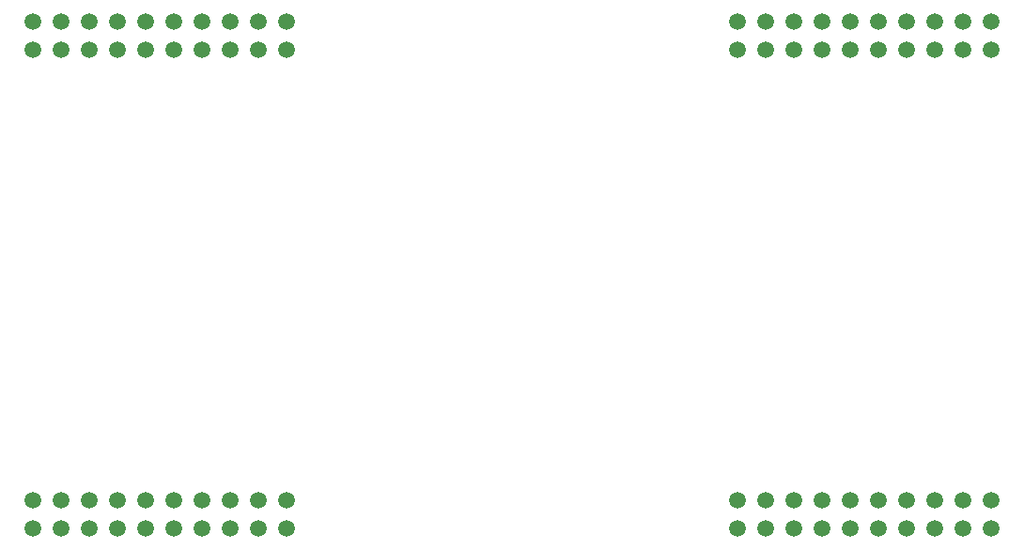
<source format=gbr>
G04 #@! TF.GenerationSoftware,KiCad,Pcbnew,(5.0.0)*
G04 #@! TF.CreationDate,2018-10-11T16:37:49-05:00*
G04 #@! TF.ProjectId,StandardBoard_FullTiva,5374616E64617264426F6172645F4675,rev?*
G04 #@! TF.SameCoordinates,Original*
G04 #@! TF.FileFunction,Paste,Top*
G04 #@! TF.FilePolarity,Positive*
%FSLAX46Y46*%
G04 Gerber Fmt 4.6, Leading zero omitted, Abs format (unit mm)*
G04 Created by KiCad (PCBNEW (5.0.0)) date 10/11/18 16:37:49*
%MOMM*%
%LPD*%
G01*
G04 APERTURE LIST*
%ADD10C,1.520000*%
G04 APERTURE END LIST*
D10*
G04 #@! TO.C,REF\002A\002A*
X156210000Y-117348000D03*
X179070000Y-71628000D03*
X176530000Y-71628000D03*
X168910000Y-71628000D03*
X166370000Y-114808000D03*
X171450000Y-71628000D03*
X173990000Y-71628000D03*
X171450000Y-117348000D03*
X176530000Y-114808000D03*
X166370000Y-71628000D03*
X163830000Y-71628000D03*
X176530000Y-117348000D03*
X171450000Y-114808000D03*
X168910000Y-114808000D03*
X156210000Y-114808000D03*
X158750000Y-114808000D03*
X161290000Y-114808000D03*
X163830000Y-114808000D03*
X173990000Y-114808000D03*
X179070000Y-114808000D03*
X158750000Y-117348000D03*
X161290000Y-117348000D03*
X163830000Y-117348000D03*
X166370000Y-117348000D03*
X168910000Y-117348000D03*
X173990000Y-117348000D03*
X179070000Y-117348000D03*
X156210000Y-74168000D03*
X158750000Y-74168000D03*
X161290000Y-74168000D03*
X163830000Y-74168000D03*
X166370000Y-74168000D03*
X168910000Y-74168000D03*
X171450000Y-74168000D03*
X173990000Y-74168000D03*
X176530000Y-74168000D03*
X179070000Y-74168000D03*
X156210000Y-71628000D03*
X158750000Y-71628000D03*
X161290000Y-71628000D03*
X92710000Y-114808000D03*
X95250000Y-114808000D03*
X97790000Y-114808000D03*
X100330000Y-114808000D03*
X102870000Y-114808000D03*
X105410000Y-114808000D03*
X107950000Y-114808000D03*
X110490000Y-114808000D03*
X113030000Y-114808000D03*
X115570000Y-114808000D03*
X92710000Y-117348000D03*
X95250000Y-117348000D03*
X97790000Y-117348000D03*
X100330000Y-117348000D03*
X102870000Y-117348000D03*
X105410000Y-117348000D03*
X107950000Y-117348000D03*
X110490000Y-117348000D03*
X113030000Y-117348000D03*
X115570000Y-117348000D03*
X92710000Y-74168000D03*
X95250000Y-74168000D03*
X97790000Y-74168000D03*
X100330000Y-74168000D03*
X102870000Y-74168000D03*
X105410000Y-74168000D03*
X107950000Y-74168000D03*
X110490000Y-74168000D03*
X113030000Y-74168000D03*
X115570000Y-74168000D03*
X92710000Y-71628000D03*
X95250000Y-71628000D03*
X97790000Y-71628000D03*
X100330000Y-71628000D03*
X102870000Y-71628000D03*
X105410000Y-71628000D03*
X107950000Y-71628000D03*
X110490000Y-71628000D03*
X113030000Y-71628000D03*
X115570000Y-71628000D03*
G04 #@! TD*
M02*

</source>
